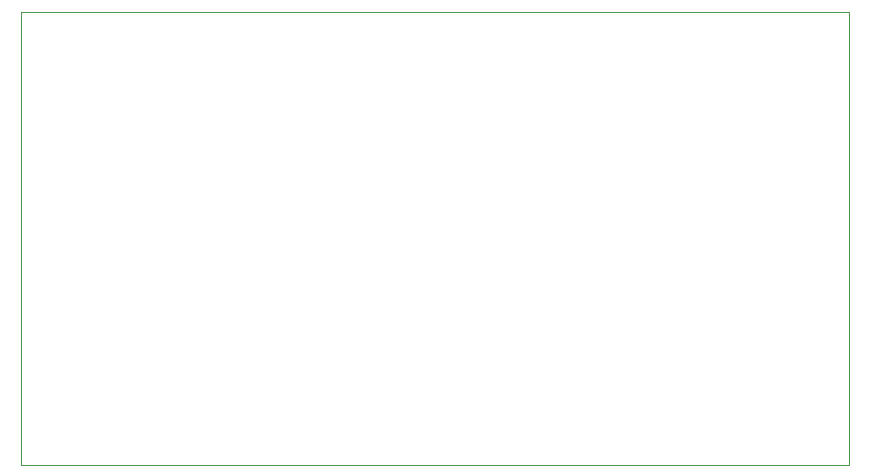
<source format=gbr>
G04*
G04 #@! TF.GenerationSoftware,Altium Limited,Altium Designer,24.9.1 (31)*
G04*
G04 Layer_Color=0*
%FSLAX44Y44*%
%MOMM*%
G71*
G04*
G04 #@! TF.SameCoordinates,B653029B-541F-4617-83FB-ACABD9EDAD60*
G04*
G04*
G04 #@! TF.FilePolarity,Positive*
G04*
G01*
G75*
%ADD38C,0.0254*%
D38*
X345440Y619760D02*
X1046480D01*
Y1003300D01*
X345440D01*
Y619760D01*
M02*

</source>
